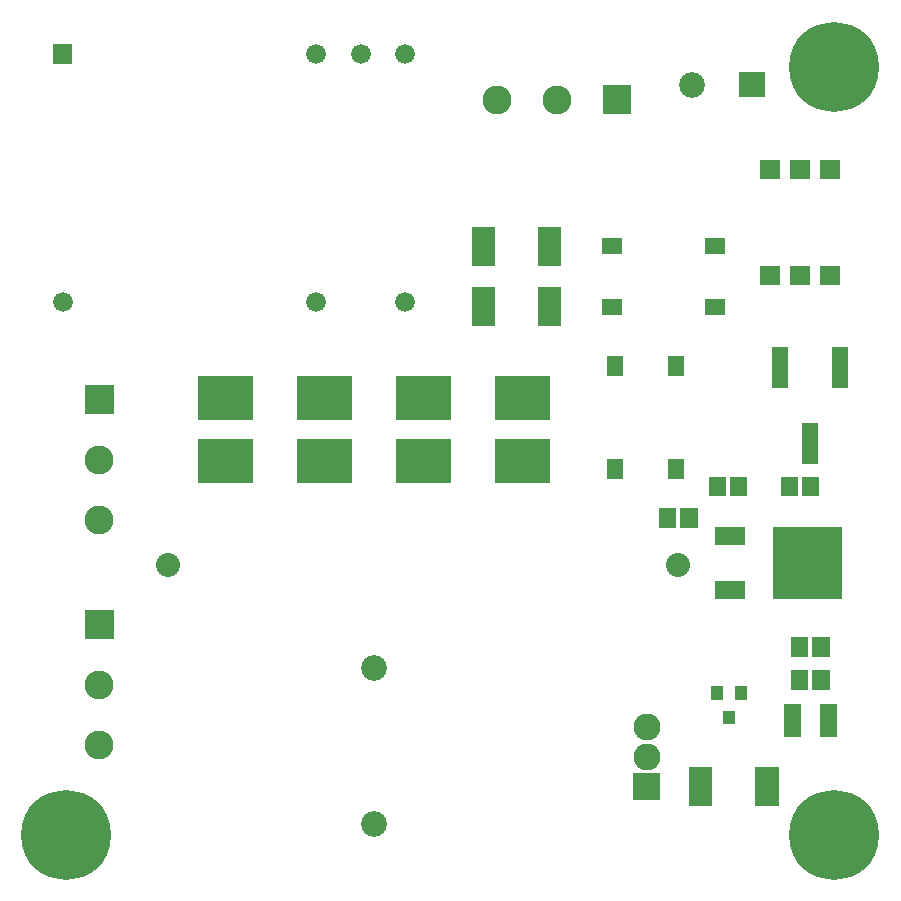
<source format=gbr>
G04 start of page 6 for group -4063 idx -4063 *
G04 Title: (unknown), componentmask *
G04 Creator: pcb 20110918 *
G04 CreationDate: Tue 27 May 2014 02:17:58 AM GMT UTC *
G04 For: railfan *
G04 Format: Gerber/RS-274X *
G04 PCB-Dimensions: 290000 290000 *
G04 PCB-Coordinate-Origin: lower left *
%MOIN*%
%FSLAX25Y25*%
%LNTOPMASK*%
%ADD76R,0.0460X0.0460*%
%ADD75R,0.2324X0.2324*%
%ADD74R,0.0400X0.0400*%
%ADD73R,0.0611X0.0611*%
%ADD72R,0.0572X0.0572*%
%ADD71R,0.0529X0.0529*%
%ADD70R,0.0769X0.0769*%
%ADD69R,0.0530X0.0530*%
%ADD68R,0.1460X0.1460*%
%ADD67C,0.0860*%
%ADD66C,0.0660*%
%ADD65C,0.0800*%
%ADD64C,0.0960*%
%ADD63C,0.0001*%
%ADD62C,0.0900*%
%ADD61C,0.2997*%
G54D61*X273000Y17000D03*
G54D62*X210500Y53000D03*
Y43000D03*
G54D63*G36*
X206000Y37500D02*Y28500D01*
X215000D01*
Y37500D01*
X206000D01*
G37*
G54D61*X17000Y17000D03*
G54D63*G36*
X23200Y91800D02*Y82200D01*
X32800D01*
Y91800D01*
X23200D01*
G37*
G54D64*X28000Y67000D03*
Y47000D03*
G54D63*G36*
X23200Y166800D02*Y157200D01*
X32800D01*
Y166800D01*
X23200D01*
G37*
G54D64*X28000Y142000D03*
Y122000D03*
G54D65*X51000Y107000D03*
G54D66*X15702Y194630D03*
G54D65*X221000Y107000D03*
G54D61*X273000Y273000D03*
G54D63*G36*
X241200Y271300D02*Y262700D01*
X249800D01*
Y271300D01*
X241200D01*
G37*
G54D67*X225500Y267000D03*
G54D63*G36*
X195700Y266800D02*Y257200D01*
X205300D01*
Y266800D01*
X195700D01*
G37*
G54D64*X180500Y262000D03*
G54D63*G36*
X12402Y280607D02*Y274007D01*
X19002D01*
Y280607D01*
X12402D01*
G37*
G54D66*X100348Y277307D03*
X115111D03*
X129875D03*
G54D64*X160500Y262000D03*
G54D67*X119500Y72500D03*
Y20500D03*
G54D66*X129875Y194630D03*
X100348D03*
G54D63*G36*
X268247Y241970D02*Y235464D01*
X274753D01*
Y241970D01*
X268247D01*
G37*
G36*
X258247D02*Y235464D01*
X264753D01*
Y241970D01*
X258247D01*
G37*
G36*
X248247D02*Y235464D01*
X254753D01*
Y241970D01*
X248247D01*
G37*
G36*
Y206536D02*Y200030D01*
X254753D01*
Y206536D01*
X248247D01*
G37*
G36*
X258247D02*Y200030D01*
X264753D01*
Y206536D01*
X258247D01*
G37*
G36*
X268247D02*Y200030D01*
X274753D01*
Y206536D01*
X268247D01*
G37*
G54D68*X134100Y162600D02*X137900D01*
X167100D02*X170900D01*
G54D69*X220250Y173850D02*Y172551D01*
X199750Y173850D02*Y172551D01*
G54D70*X155976Y215756D02*Y210244D01*
Y195756D02*Y190244D01*
X178024Y215756D02*Y210244D01*
Y195756D02*Y190244D01*
G54D69*X198150Y213250D02*X199449D01*
X198150Y192750D02*X199449D01*
X232551D02*X233850D01*
X232551Y213250D02*X233850D01*
G54D71*X275000Y176752D02*Y168445D01*
X255000Y176752D02*Y168445D01*
G54D68*X68100Y141400D02*X71900D01*
X68100Y162600D02*X71900D01*
X134100Y141400D02*X137900D01*
X101100D02*X104900D01*
X101100Y162600D02*X104900D01*
X167100Y141400D02*X170900D01*
G54D69*X199750Y139449D02*Y138150D01*
G54D72*X217457Y122893D02*Y122107D01*
X224543Y122893D02*Y122107D01*
X233957Y133393D02*Y132607D01*
X241043Y133393D02*Y132607D01*
G54D69*X220250Y139449D02*Y138150D01*
G54D73*X236343Y116496D02*X240280D01*
G54D74*X241746Y64521D02*Y63921D01*
X233946Y64521D02*Y63921D01*
G54D73*X236343Y98504D02*X240280D01*
G54D74*X237846Y56321D02*Y55721D01*
G54D70*X250524Y35756D02*Y30244D01*
X228476Y35756D02*Y30244D01*
G54D75*X264000Y107795D02*Y107205D01*
G54D76*X254847Y116949D02*Y114587D01*
X264001Y116949D02*Y114587D01*
Y108681D02*Y106319D01*
X254847Y108681D02*Y106319D01*
Y100413D02*Y98051D01*
X264001Y100413D02*Y98051D01*
G54D72*X257957Y133393D02*Y132607D01*
G54D76*X273154Y116949D02*Y114587D01*
Y108681D02*Y106319D01*
Y100413D02*Y98051D01*
G54D71*X265000Y151555D02*Y143248D01*
G54D72*X265043Y133393D02*Y132607D01*
X268543Y79893D02*Y79107D01*
X270905Y57755D02*Y52245D01*
X261457Y79893D02*Y79107D01*
X259095Y57755D02*Y52245D01*
X261457Y68893D02*Y68107D01*
X268543Y68893D02*Y68107D01*
M02*

</source>
